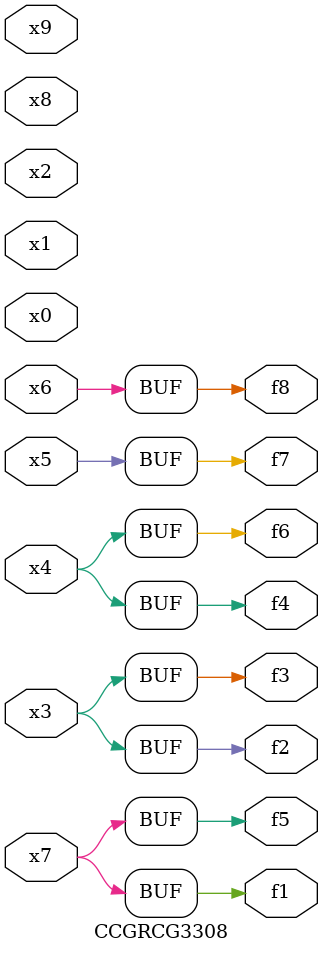
<source format=v>
module CCGRCG3308(
	input x0, x1, x2, x3, x4, x5, x6, x7, x8, x9,
	output f1, f2, f3, f4, f5, f6, f7, f8
);
	assign f1 = x7;
	assign f2 = x3;
	assign f3 = x3;
	assign f4 = x4;
	assign f5 = x7;
	assign f6 = x4;
	assign f7 = x5;
	assign f8 = x6;
endmodule

</source>
